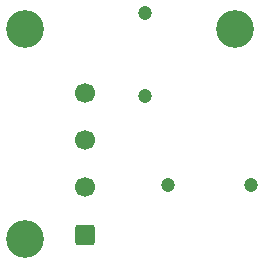
<source format=gbr>
%TF.GenerationSoftware,KiCad,Pcbnew,(6.0.8)*%
%TF.CreationDate,2022-11-26T11:36:34-06:00*%
%TF.ProjectId,connector-joint,636f6e6e-6563-4746-9f72-2d6a6f696e74,rev?*%
%TF.SameCoordinates,Original*%
%TF.FileFunction,Soldermask,Bot*%
%TF.FilePolarity,Negative*%
%FSLAX46Y46*%
G04 Gerber Fmt 4.6, Leading zero omitted, Abs format (unit mm)*
G04 Created by KiCad (PCBNEW (6.0.8)) date 2022-11-26 11:36:34*
%MOMM*%
%LPD*%
G01*
G04 APERTURE LIST*
G04 Aperture macros list*
%AMRoundRect*
0 Rectangle with rounded corners*
0 $1 Rounding radius*
0 $2 $3 $4 $5 $6 $7 $8 $9 X,Y pos of 4 corners*
0 Add a 4 corners polygon primitive as box body*
4,1,4,$2,$3,$4,$5,$6,$7,$8,$9,$2,$3,0*
0 Add four circle primitives for the rounded corners*
1,1,$1+$1,$2,$3*
1,1,$1+$1,$4,$5*
1,1,$1+$1,$6,$7*
1,1,$1+$1,$8,$9*
0 Add four rect primitives between the rounded corners*
20,1,$1+$1,$2,$3,$4,$5,0*
20,1,$1+$1,$4,$5,$6,$7,0*
20,1,$1+$1,$6,$7,$8,$9,0*
20,1,$1+$1,$8,$9,$2,$3,0*%
G04 Aperture macros list end*
%ADD10C,1.200000*%
%ADD11RoundRect,0.250000X0.600000X-0.600000X0.600000X0.600000X-0.600000X0.600000X-0.600000X-0.600000X0*%
%ADD12C,1.700000*%
%ADD13C,3.200000*%
G04 APERTURE END LIST*
D10*
%TO.C,J3*%
X167640000Y-93940000D03*
X167640000Y-100940000D03*
%TD*%
D11*
%TO.C,J2*%
X162560000Y-112680000D03*
D12*
X162560000Y-108680000D03*
X162560000Y-104680000D03*
X162560000Y-100680000D03*
%TD*%
D13*
%TO.C,H3*%
X157480000Y-113030000D03*
%TD*%
%TO.C,H1*%
X175260000Y-95250000D03*
%TD*%
%TO.C,H2*%
X157480000Y-95250000D03*
%TD*%
D10*
%TO.C,J1*%
X169570000Y-108458000D03*
X176570000Y-108458000D03*
%TD*%
M02*

</source>
